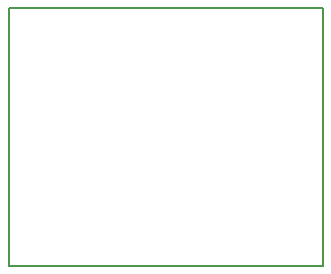
<source format=gbr>
%TF.GenerationSoftware,KiCad,Pcbnew,8.0.1*%
%TF.CreationDate,2025-03-04T14:29:30-08:00*%
%TF.ProjectId,VEML3328,56454d4c-3333-4323-982e-6b696361645f,rev?*%
%TF.SameCoordinates,Original*%
%TF.FileFunction,Profile,NP*%
%FSLAX46Y46*%
G04 Gerber Fmt 4.6, Leading zero omitted, Abs format (unit mm)*
G04 Created by KiCad (PCBNEW 8.0.1) date 2025-03-04 14:29:30*
%MOMM*%
%LPD*%
G01*
G04 APERTURE LIST*
%TA.AperFunction,Profile*%
%ADD10C,0.200000*%
%TD*%
G04 APERTURE END LIST*
D10*
X132780000Y-79126000D02*
X159320000Y-79126000D01*
X159320000Y-101020000D01*
X132780000Y-101020000D01*
X132780000Y-79126000D01*
M02*

</source>
